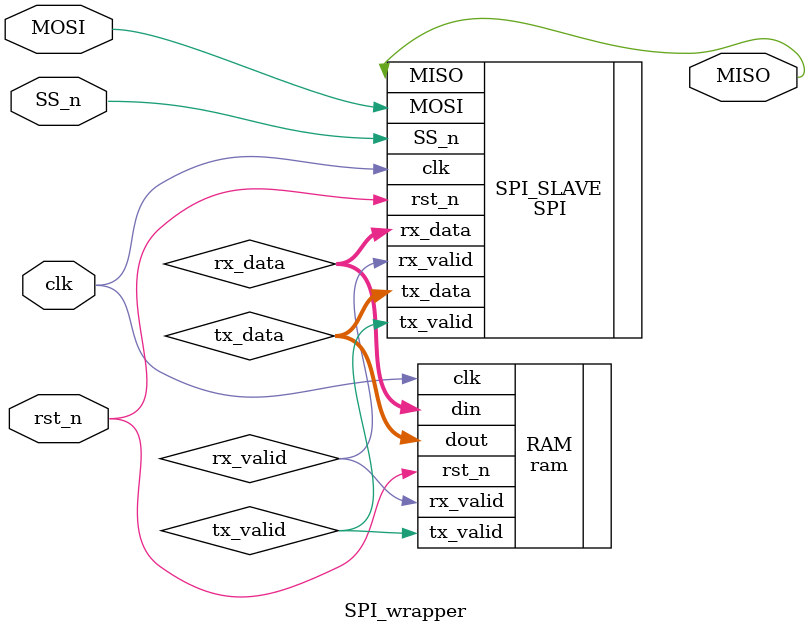
<source format=v>
module SPI_wrapper # (
    parameter MEM_DEPTH = 256, // Memory depth
    parameter ADDR_SIZE = 8 // Address size
    ) (
    input clk, // Clock
    input rst_n, // Asynchronous reset
    input MOSI, // Master out slave in
    input SS_n, // Slave select active low
    output MISO // Master in slave out
    );

    // SPI internal signals
    wire tx_valid, rx_valid;
    wire [7:0] tx_data;
    wire [9:0] rx_data;

    SPI SPI_SLAVE(
        .clk(clk),
        .rst_n(rst_n),
        .SS_n(SS_n),
        .tx_valid(tx_valid),
        .MOSI(MOSI),
        .tx_data(tx_data),
        .rx_data(rx_data),
        .MISO(MISO),
        .rx_valid(rx_valid)
    );

    ram #(
        .MEM_DEPTH(MEM_DEPTH),
        .ADDR_SIZE(ADDR_SIZE)
    ) RAM(
        .clk(clk),
        .rst_n(rst_n),
        .din(rx_data),
        .rx_valid(rx_valid),
        .dout(tx_data),
        .tx_valid(tx_valid)
    );
endmodule
</source>
